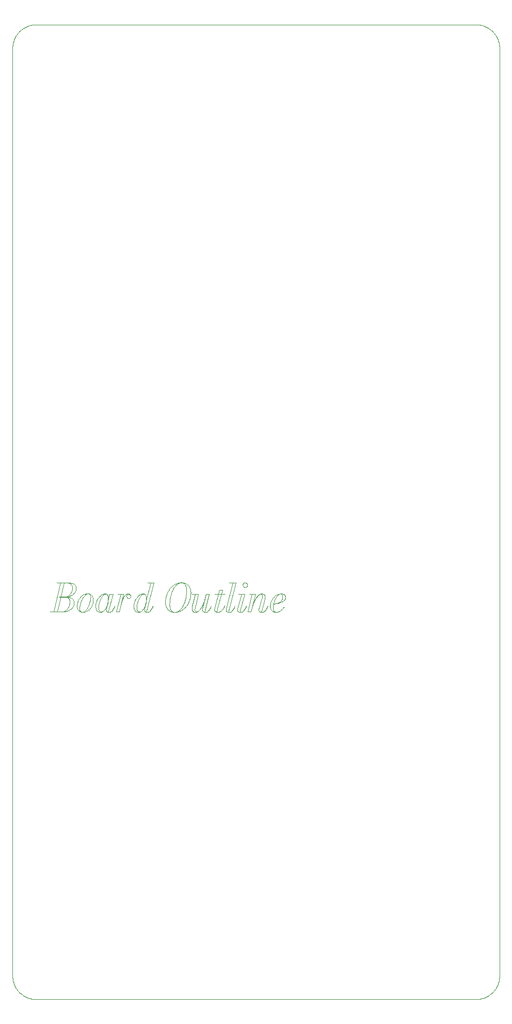
<source format=gbr>
G04 Gerber file generated by Gerbonara*
%MOMM*%
%FSLAX46Y46*%
%IPPOS*%
G75
%LPD*%
%AMGNC*
1,1,$1,0,0,-57.29578X$4*
1,0,$2,0,0,0*
21,0,$2,$3,0,0,-57.29578X$4*
%
%AMGNR*
21,1,$1,$2,0,0,$5X-57.29578*
1,0,$3,0,0,0*
21,0,$3,$4,0,0,$5X-57.29578*
%
%AMGNO*
21,1,$1,$2,0,0,$5X-57.29578*
1,1,$2,$1/2,0,$5X-57.29578*
1,1,$2,(0-$1)/2,0,$5X-57.29578*
1,0,$3,0,0,0*
21,0,$3,$4,0,0,$5X-57.29578*
%
%AMGNP*
5,1,$2,0,0,$1,$3X-57.29578*
1,0,$4,0,0,0*
%
%ADD10C,0.05*%
%ADD11C,0.09*%
D11*
X0006207541Y0063631119D02*
X0006207541Y0063643776D01*
X0006780263Y0063643776D01*
X0007881407Y0068364774D01*
X0007315013Y0068364774D01*
X0007315013Y0068377431D01*
X0009086969Y0068377431D01*
X0009086969Y0068377431D01*
X0009181508Y0068376854D01*
X0009358803Y0068369932D01*
X0009521957Y0068356089D01*
X0009670972Y0068335324D01*
X0009805846Y0068307637D01*
X0009926580Y0068273028D01*
X0010033174Y0068231498D01*
X0010125629Y0068183046D01*
X0010165964Y0068155936D01*
X0010165964Y0068155936D01*
X0010204305Y0068127590D01*
X0010272830Y0068064306D01*
X0010331566Y0067993112D01*
X0010380512Y0067914006D01*
X0010419669Y0067826991D01*
X0010449037Y0067732065D01*
X0010468616Y0067629228D01*
X0010478405Y0067518481D01*
X0010479221Y0067459811D01*
X0010479221Y0067459811D01*
X0010478891Y0067427048D01*
X0010474936Y0067362182D01*
X0010467025Y0067298107D01*
X0010455159Y0067234822D01*
X0010439338Y0067172329D01*
X0010419562Y0067110627D01*
X0010395830Y0067049716D01*
X0010368143Y0066989596D01*
X0010352652Y0066959866D01*
X0010352652Y0066959866D01*
X0010319988Y0066901032D01*
X0010244443Y0066788307D01*
X0010156636Y0066681515D01*
X0010056568Y0066580656D01*
X0010001426Y0066532698D01*
X0010001426Y0066532698D01*
X0009944503Y0066486718D01*
X0009823076Y0066401680D01*
X0009692552Y0066324948D01*
X0009552932Y0066256522D01*
X0009479331Y0066225770D01*
X0009479331Y0066225770D01*
X0009404511Y0066196600D01*
X0009250256Y0066147159D01*
X0009090463Y0066108397D01*
X0008925134Y0066080315D01*
X0008840161Y0066070724D01*
X0008840161Y0066070724D01*
X0008940955Y0066066604D01*
X0009130016Y0066048805D01*
X0009304047Y0066019536D01*
X0009424238Y0065989699D01*
X0009499981Y0065966462D01*
X0009536287Y0065953648D01*
X0009536287Y0065953648D01*
X0009572313Y0065940349D01*
X0009640738Y0065911278D01*
X0009704814Y0065879240D01*
X0009764538Y0065844236D01*
X0009819912Y0065806265D01*
X0009870935Y0065765328D01*
X0009917607Y0065721425D01*
X0009959928Y0065674555D01*
X0009979276Y0065649884D01*
X0009979276Y0065649884D01*
X0009997865Y0065624702D01*
X0010031090Y0065571702D01*
X0010059568Y0065515537D01*
X0010083299Y0065456208D01*
X0010102284Y0065393715D01*
X0010116523Y0065328058D01*
X0010126016Y0065259236D01*
X0010130762Y0065187251D01*
X0010131158Y0065149939D01*
X0010131158Y0065149939D01*
X0010130762Y0065105830D01*
X0010126016Y0065019507D01*
X0010116523Y0064935457D01*
X0010102284Y0064853682D01*
X0010083299Y0064774182D01*
X0010059568Y0064696956D01*
X0010031090Y0064622003D01*
X0009997865Y0064549325D01*
X0009979276Y0064513934D01*
X0009979276Y0064513934D01*
X0009959977Y0064478947D01*
X0009918249Y0064411114D01*
X0009872764Y0064345852D01*
X0009823521Y0064283161D01*
X0009770520Y0064223041D01*
X0009713763Y0064165492D01*
X0009653247Y0064110514D01*
X0009588974Y0064058107D01*
X0009555272Y0064032974D01*
X0009555272Y0064032974D01*
X0009521422Y0064008691D01*
X0009451414Y0063962513D01*
X0009378637Y0063919203D01*
X0009303092Y0063878761D01*
X0009184928Y0063823115D01*
X0009017225Y0063759435D01*
X0008928759Y0063732375D01*
X0008928759Y0063732375D01*
X0008839634Y0063708116D01*
X0008656110Y0063670145D01*
X0008466258Y0063644832D01*
X0008270077Y0063632175D01*
X0008169350Y0063631120D01*
X0006207541Y0063631119D01*
X0007381462Y0063643776D02*
X0008169350Y0063643776D01*
X0008169350Y0063643776D01*
X0008205194Y0063644130D01*
X0008275400Y0063648382D01*
X0008343826Y0063656886D01*
X0008410472Y0063669642D01*
X0008475338Y0063686650D01*
X0008538424Y0063707909D01*
X0008599731Y0063733420D01*
X0008659258Y0063763184D01*
X0008688279Y0063779837D01*
X0008688279Y0063779837D01*
X0008746092Y0063815632D01*
X0008854466Y0063897111D01*
X0008954139Y0063990455D01*
X0009045109Y0064095664D01*
X0009086969Y0064153213D01*
X0009086969Y0064153213D01*
X0009128071Y0064212345D01*
X0009202034Y0064336540D01*
X0009266110Y0064467854D01*
X0009320297Y0064606288D01*
X0009343270Y0064678472D01*
X0009343270Y0064678472D01*
X0009365255Y0064751413D01*
X0009399666Y0064898945D01*
X0009422606Y0065048453D01*
X0009434077Y0065199940D01*
X0009435033Y0065276507D01*
X0009435033Y0065276507D01*
X0009434011Y0065345757D01*
X0009421749Y0065472721D01*
X0009404124Y0065558426D01*
X0009388797Y0065611526D01*
X0009370405Y0065661164D01*
X0009348948Y0065707342D01*
X0009336942Y0065728988D01*
X0009336942Y0065728988D01*
X0009324862Y0065750495D01*
X0009298559Y0065791037D01*
X0009269686Y0065828612D01*
X0009238242Y0065863221D01*
X0009204226Y0065894863D01*
X0009167640Y0065923538D01*
X0009128483Y0065949248D01*
X0009086755Y0065971990D01*
X0009064820Y0065982126D01*
X0009064820Y0065982126D01*
X0009020620Y0066001078D01*
X0008925298Y0066030742D01*
X0008821671Y0066050518D01*
X0008709737Y0066060407D01*
X0008650309Y0066061231D01*
X0007751674Y0066061231D01*
X0007754835Y0066073888D01*
X0008612336Y0066073888D01*
X0008612336Y0066073888D01*
X0008657755Y0066074844D01*
X0008751890Y0066086314D01*
X0008849981Y0066109255D01*
X0008952027Y0066143665D01*
X0009004698Y0066165650D01*
X0009004698Y0066165650D01*
X0009057500Y0066190304D01*
X0009161128Y0066248842D01*
X0009262382Y0066318455D01*
X0009361264Y0066399142D01*
X0009409715Y0066444100D01*
X0009409715Y0066444100D01*
X0009457212Y0066490871D01*
X0009544623Y0066593312D01*
X0009622937Y0066706433D01*
X0009692154Y0066830233D01*
X0009722972Y0066896582D01*
X0009722972Y0066896582D01*
X0009738076Y0066930812D01*
X0009765071Y0067001413D01*
X0009788209Y0067074585D01*
X0009807491Y0067150328D01*
X0009822917Y0067228643D01*
X0009834486Y0067309528D01*
X0009842199Y0067392983D01*
X0009846055Y0067479010D01*
X0009846376Y0067523095D01*
X0009846376Y0067523095D01*
X0009845585Y0067577414D01*
X0009836093Y0067683415D01*
X0009817108Y0067786252D01*
X0009788630Y0067885924D01*
X0009770436Y0067934442D01*
X0009770436Y0067934442D01*
X0009750494Y0067981905D01*
X0009701054Y0068068921D01*
X0009640143Y0068146444D01*
X0009567761Y0068214474D01*
X0009526792Y0068244534D01*
X0009526792Y0068244534D01*
X0009505557Y0068259251D01*
X0009460368Y0068285554D01*
X0009411916Y0068308099D01*
X0009360201Y0068326886D01*
X0009305223Y0068341916D01*
X0009246981Y0068353189D01*
X0009185477Y0068360704D01*
X0009120710Y0068364461D01*
X0009086966Y0068364774D01*
X0008482603Y0068364774D01*
X0007381462Y0063643776D01*
X0011577200Y0063567835D02*
X0011577200Y0063567835D01*
X0011518118Y0063568593D01*
X0011406382Y0063577690D01*
X0011302359Y0063595884D01*
X0011206049Y0063623175D01*
X0011117451Y0063659564D01*
X0011036566Y0063705049D01*
X0010963394Y0063759632D01*
X0010897934Y0063823311D01*
X0010868418Y0063858941D01*
X0010868418Y0063858941D01*
X0010840146Y0063895684D01*
X0010789618Y0063972713D01*
X0010746308Y0064053994D01*
X0010710216Y0064139526D01*
X0010681342Y0064229311D01*
X0010659687Y0064323347D01*
X0010645251Y0064421635D01*
X0010638032Y0064524175D01*
X0010637431Y0064577217D01*
X0010637431Y0064577217D01*
X0010637785Y0064628907D01*
X0010642037Y0064731052D01*
X0010650541Y0064831713D01*
X0010663296Y0064930891D01*
X0010680304Y0065028586D01*
X0010701564Y0065124798D01*
X0010727075Y0065219526D01*
X0010756838Y0065312771D01*
X0010773492Y0065358776D01*
X0010773492Y0065358776D01*
X0010791150Y0065404426D01*
X0010829022Y0065493420D01*
X0010869959Y0065579644D01*
X0010913961Y0065663100D01*
X0010961029Y0065743787D01*
X0011011162Y0065821706D01*
X0011064360Y0065896856D01*
X0011120623Y0065969237D01*
X0011150032Y0066004274D01*
X0011150032Y0066004274D01*
X0011179870Y0066039154D01*
X0011241275Y0066105702D01*
X0011304757Y0066168392D01*
X0011370316Y0066227227D01*
X0011437951Y0066282205D01*
X0011507662Y0066333327D01*
X0011579450Y0066380592D01*
X0011653314Y0066424001D01*
X0011691112Y0066444099D01*
X0011691112Y0066444099D01*
X0011729552Y0066463850D01*
X0011807174Y0066499151D01*
X0011885686Y0066529409D01*
X0011965088Y0066554623D01*
X0012045379Y0066574795D01*
X0012126561Y0066589924D01*
X0012208633Y0066600010D01*
X0012291594Y0066605053D01*
X0012333446Y0066605473D01*
X0012333446Y0066605473D01*
X0012392906Y0066604707D01*
X0012505236Y0066595511D01*
X0012609655Y0066577119D01*
X0012706163Y0066549531D01*
X0012794761Y0066512747D01*
X0012875448Y0066466767D01*
X0012948225Y0066411591D01*
X0013013091Y0066347220D01*
X0013042229Y0066311202D01*
X0013042229Y0066311202D01*
X0013070500Y0066274459D01*
X0013121029Y0066197431D01*
X0013164339Y0066116150D01*
X0013200430Y0066030618D01*
X0013229304Y0065940834D01*
X0013250959Y0065846797D01*
X0013265395Y0065748509D01*
X0013272614Y0065645969D01*
X0013273215Y0065592928D01*
X0013273215Y0065592928D01*
X0013272852Y0065541237D01*
X0013268502Y0065439093D01*
X0013259800Y0065338431D01*
X0013246748Y0065239253D01*
X0013229345Y0065141558D01*
X0013207591Y0065045346D01*
X0013181486Y0064950618D01*
X0013151031Y0064857373D01*
X0013133990Y0064811368D01*
X0013133990Y0064811368D01*
X0013116719Y0064765710D01*
X0013079540Y0064676618D01*
X0013039196Y0064590195D01*
X0012995688Y0064506442D01*
X0012949016Y0064425360D01*
X0012899180Y0064346947D01*
X0012846179Y0064271203D01*
X0012790015Y0064198130D01*
X0012760614Y0064162706D01*
X0012760614Y0064162706D01*
X0012730768Y0064128213D01*
X0012669264Y0064062357D01*
X0012605584Y0064000260D01*
X0012539729Y0063941920D01*
X0012471699Y0063887337D01*
X0012401493Y0063836512D01*
X0012329112Y0063789444D01*
X0012254555Y0063746134D01*
X0012216370Y0063726045D01*
X0012216370Y0063726045D01*
X0012178317Y0063706681D01*
X0012101388Y0063672072D01*
X0012023469Y0063642408D01*
X0011944562Y0063617687D01*
X0011864665Y0063597911D01*
X0011783780Y0063583079D01*
X0011701906Y0063573191D01*
X0011619043Y0063568247D01*
X0011577200Y0063567835D01*
X0011577200Y0063567835D01*
X0011513920Y0063580492D02*
X0011513920Y0063580492D01*
X0011557329Y0063581712D01*
X0011643158Y0063596346D01*
X0011727800Y0063625615D01*
X0011811256Y0063669518D01*
X0011852490Y0063697568D01*
X0011852490Y0063697568D01*
X0011894251Y0063728484D01*
X0011976125Y0063798888D01*
X0012056021Y0063879575D01*
X0012133940Y0063970546D01*
X0012172075Y0064020317D01*
X0012172075Y0064020317D01*
X0012209782Y0064071504D01*
X0012282558Y0064179483D01*
X0012352171Y0064294185D01*
X0012418620Y0064415612D01*
X0012450525Y0064479127D01*
X0012450525Y0064479127D01*
X0012481805Y0064543466D01*
X0012540738Y0064674780D01*
X0012595320Y0064809259D01*
X0012645552Y0064946902D01*
X0012668855Y0065017042D01*
X0012668855Y0065017042D01*
X0012692125Y0065087380D01*
X0012734051Y0065227396D01*
X0012770440Y0065366621D01*
X0012801291Y0065505055D01*
X0012814409Y0065573943D01*
X0012814409Y0065573943D01*
X0012827297Y0065642336D01*
X0012847468Y0065774837D01*
X0012860916Y0065902196D01*
X0012867640Y0066024414D01*
X0012868200Y0066083380D01*
X0012868200Y0066083380D01*
X0012867013Y0066140896D01*
X0012857224Y0066220273D01*
X0012846545Y0066269615D01*
X0012832306Y0066315892D01*
X0012814507Y0066359103D01*
X0012793149Y0066399249D01*
X0012768231Y0066436329D01*
X0012754288Y0066453592D01*
X0012754288Y0066453592D01*
X0012739711Y0066470246D01*
X0012707179Y0066500009D01*
X0012670593Y0066525521D01*
X0012629953Y0066546780D01*
X0012585258Y0066563788D01*
X0012536510Y0066576543D01*
X0012483707Y0066585047D01*
X0012426851Y0066589299D01*
X0012396733Y0066589653D01*
X0012396733Y0066589653D01*
X0012375383Y0066589340D01*
X0012332765Y0066585583D01*
X0012269011Y0066573371D01*
X0012184368Y0066543311D01*
X0012100121Y0066498221D01*
X0012058163Y0066469413D01*
X0012058163Y0066469413D01*
X0012016402Y0066439254D01*
X0011934528Y0066370037D01*
X0011854632Y0066290141D01*
X0011776713Y0066199566D01*
X0011738577Y0066149828D01*
X0011738577Y0066149828D01*
X0011700871Y0066098641D01*
X0011628094Y0065990662D01*
X0011558482Y0065875959D01*
X0011492033Y0065754533D01*
X0011460127Y0065691018D01*
X0011460127Y0065691018D01*
X0011428815Y0065626679D01*
X0011369486Y0065495365D01*
X0011314113Y0065360886D01*
X0011262695Y0065223243D01*
X0011238633Y0065153103D01*
X0011238633Y0065153103D01*
X0011216088Y0065082765D01*
X0011174953Y0064942749D01*
X0011138565Y0064803524D01*
X0011106923Y0064665090D01*
X0011093079Y0064596203D01*
X0011093079Y0064596203D01*
X0011080949Y0064528535D01*
X0011061963Y0064396825D01*
X0011049305Y0064269465D01*
X0011042977Y0064146457D01*
X0011042449Y0064086765D01*
X0011042449Y0064086765D01*
X0011043636Y0064029974D01*
X0011053425Y0063951240D01*
X0011064104Y0063902096D01*
X0011078343Y0063855819D01*
X0011096142Y0063812411D01*
X0011117501Y0063771869D01*
X0011142419Y0063734195D01*
X0011156361Y0063716553D01*
X0011156361Y0063716553D01*
X0011171317Y0063699900D01*
X0011204442Y0063670137D01*
X0011241424Y0063644625D01*
X0011282262Y0063623366D01*
X0011326956Y0063606358D01*
X0011375507Y0063593602D01*
X0011427914Y0063585098D01*
X0011484178Y0063580846D01*
X0011513916Y0063580492D01*
X0011513920Y0063580492D01*
X0014485111Y0063567835D02*
X0014485111Y0063567835D01*
X0014432720Y0063568535D01*
X0014334036Y0063576940D01*
X0014242670Y0063593750D01*
X0014158620Y0063618965D01*
X0014081888Y0063652584D01*
X0014012474Y0063694609D01*
X0013950376Y0063745039D01*
X0013895596Y0063803873D01*
X0013871255Y0063836792D01*
X0013871255Y0063836792D01*
X0013848405Y0063871368D01*
X0013807567Y0063946122D01*
X0013772562Y0064027601D01*
X0013743392Y0064115803D01*
X0013720056Y0064210729D01*
X0013702554Y0064312379D01*
X0013690886Y0064420754D01*
X0013685052Y0064535852D01*
X0013684566Y0064596202D01*
X0013684566Y0064596202D01*
X0013684912Y0064641663D01*
X0013689065Y0064732337D01*
X0013697371Y0064822715D01*
X0013709830Y0064912796D01*
X0013726442Y0065002580D01*
X0013747208Y0065092068D01*
X0013772126Y0065181259D01*
X0013801197Y0065270153D01*
X0013817463Y0065314477D01*
X0013817463Y0065314477D01*
X0013851643Y0065403173D01*
X0013929562Y0065573645D01*
X0014018951Y0065735811D01*
X0014119809Y0065889670D01*
X0014175018Y0065963139D01*
X0014175018Y0065963139D01*
X0014231677Y0066034696D01*
X0014349939Y0066165616D01*
X0014474135Y0066281900D01*
X0014571360Y0066359053D01*
X0014637907Y0066406219D01*
X0014671799Y0066428278D01*
X0014671799Y0066428278D01*
X0014706218Y0066449966D01*
X0014775138Y0066488727D01*
X0014844158Y0066521952D01*
X0014913276Y0066549638D01*
X0014982493Y0066571788D01*
X0015051809Y0066588400D01*
X0015121223Y0066599474D01*
X0015190737Y0066605012D01*
X0015225535Y0066605473D01*
X0015225535Y0066605473D01*
X0015253708Y0066605119D01*
X0015307005Y0066600867D01*
X0015356644Y0066592363D01*
X0015402623Y0066579607D01*
X0015444945Y0066562600D01*
X0015483607Y0066541340D01*
X0015518612Y0066515829D01*
X0015549957Y0066486065D01*
X0015564105Y0066469412D01*
X0015564105Y0066469412D01*
X0015590968Y0066435364D01*
X0015636454Y0066359028D01*
X0015672051Y0066272803D01*
X0015697760Y0066176690D01*
X0015706494Y0066124514D01*
X0015706494Y0066124514D01*
X0015714833Y0066071316D01*
X0015727885Y0065962942D01*
X0015736586Y0065852194D01*
X0015740936Y0065739074D01*
X0015741299Y0065681525D01*
X0015741299Y0065681525D01*
X0015740870Y0065629019D01*
X0015735729Y0065521040D01*
X0015725445Y0065409502D01*
X0015710020Y0065294404D01*
X0015700166Y0065235372D01*
X0015700166Y0065235372D01*
X0015690277Y0065176043D01*
X0015666545Y0065057385D01*
X0015638067Y0064938727D01*
X0015604843Y0064820069D01*
X0015586254Y0064760740D01*
X0015586254Y0064760740D01*
X0015566906Y0064701642D01*
X0015524585Y0064585753D01*
X0015477913Y0064472633D01*
X0015426890Y0064362281D01*
X0015399566Y0064308259D01*
X0015399566Y0064308259D01*
X0015372307Y0064255720D01*
X0015314165Y0064155256D01*
X0015251672Y0064060330D01*
X0015184828Y0063970941D01*
X0015149594Y0063928554D01*
X0015149594Y0063928554D01*
X0015114491Y0063887354D01*
X0015041318Y0063812204D01*
X0014964586Y0063745756D01*
X0014884294Y0063688009D01*
X0014842665Y0063662761D01*
X0014842665Y0063662761D01*
X0014801234Y0063640018D01*
X0014715405Y0063604421D01*
X0014626016Y0063580689D01*
X0014533067Y0063568823D01*
X0014485110Y0063567835D01*
X0014485111Y0063567835D01*
X0014595858Y0063624793D02*
X0014595858Y0063624793D01*
X0014619532Y0063625131D01*
X0014666303Y0063629185D01*
X0014712382Y0063637294D01*
X0014757768Y0063649456D01*
X0014802463Y0063665673D01*
X0014846465Y0063685943D01*
X0014889775Y0063710268D01*
X0014932393Y0063738647D01*
X0014953413Y0063754526D01*
X0014953413Y0063754526D01*
X0014995833Y0063788640D01*
X0015077707Y0063865767D01*
X0015156022Y0063953574D01*
X0015230776Y0064052060D01*
X0015266670Y0064105753D01*
X0015266670Y0064105753D01*
X0015301839Y0064161621D01*
X0015367891Y0064278301D01*
X0015428802Y0064400914D01*
X0015484572Y0064529460D01*
X0015510314Y0064596205D01*
X0015510314Y0064596205D01*
X0015535924Y0064664334D01*
X0015582201Y0064801582D01*
X0015622544Y0064940015D01*
X0015656955Y0065079636D01*
X0015671688Y0065149941D01*
X0015671688Y0065149941D01*
X0015685335Y0065220015D01*
X0015706694Y0065356867D01*
X0015720934Y0065489764D01*
X0015728054Y0065618705D01*
X0015728647Y0065681528D01*
X0015728647Y0065681528D01*
X0015728251Y0065742769D01*
X0015723505Y0065860635D01*
X0015714012Y0065972965D01*
X0015699772Y0066079757D01*
X0015690675Y0066130845D01*
X0015690675Y0066130845D01*
X0015681314Y0066180616D01*
X0015656001Y0066271587D01*
X0015622777Y0066352274D01*
X0015581642Y0066422678D01*
X0015557778Y0066453594D01*
X0015557778Y0066453594D01*
X0015545698Y0066468311D01*
X0015519395Y0066494614D01*
X0015490522Y0066517159D01*
X0015459078Y0066535946D01*
X0015425063Y0066550976D01*
X0015388477Y0066562249D01*
X0015349320Y0066569764D01*
X0015307592Y0066573521D01*
X0015285657Y0066573834D01*
X0015285657Y0066573834D01*
X0015265098Y0066573447D01*
X0015224062Y0066568800D01*
X0015183125Y0066559505D01*
X0015142287Y0066545563D01*
X0015101547Y0066526973D01*
X0015060907Y0066503736D01*
X0015000120Y0066460747D01*
X0014959743Y0066425117D01*
X0014959743Y0066425117D01*
X0014919597Y0066387706D01*
X0014841283Y0066302668D01*
X0014765342Y0066205369D01*
X0014691774Y0066095808D01*
X0014655979Y0066035919D01*
X0014655979Y0066035919D01*
X0014620711Y0065975239D01*
X0014553472Y0065848275D01*
X0014490188Y0065714587D01*
X0014430859Y0065574175D01*
X0014402843Y0065501168D01*
X0014402843Y0065501168D01*
X0014375650Y0065428358D01*
X0014326209Y0065282409D01*
X0014282701Y0065136065D01*
X0014245127Y0064989325D01*
X0014228811Y0064915790D01*
X0014228811Y0064915790D01*
X0014213649Y0064842716D01*
X0014189916Y0064701514D01*
X0014174094Y0064566244D01*
X0014166183Y0064436907D01*
X0014165524Y0064374710D01*
X0014165524Y0064374710D01*
X0014165829Y0064326984D01*
X0014169487Y0064236804D01*
X0014176804Y0064152952D01*
X0014187780Y0064075429D01*
X0014202415Y0064004234D01*
X0014220708Y0063939368D01*
X0014242659Y0063880830D01*
X0014268270Y0063828621D01*
X0014282599Y0063805153D01*
X0014282599Y0063805153D01*
X0014297819Y0063783078D01*
X0014330153Y0063743624D01*
X0014364761Y0063709807D01*
X0014401644Y0063681625D01*
X0014440801Y0063659080D01*
X0014482233Y0063642172D01*
X0014525938Y0063630899D01*
X0014571918Y0063625263D01*
X0014595856Y0063624793D01*
X0014595858Y0063624793D01*
X0015861541Y0063567835D02*
X0015861541Y0063567835D01*
X0015834159Y0063568148D01*
X0015782444Y0063571905D01*
X0015734387Y0063579420D01*
X0015689989Y0063590693D01*
X0015649250Y0063605723D01*
X0015612170Y0063624510D01*
X0015578748Y0063647055D01*
X0015548985Y0063673358D01*
X0015535627Y0063688075D01*
X0015535627Y0063688075D01*
X0015522847Y0063703286D01*
X0015500005Y0063735521D01*
X0015480427Y0063769932D01*
X0015464111Y0063806518D01*
X0015445349Y0063865204D01*
X0015432296Y0063951429D01*
X0015431209Y0063998167D01*
X0015431209Y0063998167D01*
X0015431735Y0064049848D01*
X0015434370Y0064093093D01*
X0015434370Y0064093093D01*
X0015438058Y0064135284D01*
X0015443859Y0064169034D01*
X0015516635Y0064570888D01*
X0015659025Y0065039191D01*
X0015741295Y0065545464D01*
X0015981774Y0066542189D01*
X0016516525Y0066542189D01*
X0015791922Y0063820971D01*
X0015791922Y0063820971D01*
X0015786120Y0063796976D01*
X0015779792Y0063746349D01*
X0015779264Y0063719717D01*
X0015779264Y0063719717D01*
X0015779561Y0063706467D01*
X0015783120Y0063681944D01*
X0015790239Y0063659795D01*
X0015800918Y0063640018D01*
X0015807740Y0063631119D01*
X0015807740Y0063631119D01*
X0015816047Y0063622021D01*
X0015836614Y0063607781D01*
X0015861928Y0063598288D01*
X0015891987Y0063593542D01*
X0015908994Y0063593146D01*
X0015908994Y0063593146D01*
X0015954513Y0063594201D01*
X0016041924Y0063606858D01*
X0016124985Y0063632172D01*
X0016203695Y0063670142D01*
X0016241237Y0063694401D01*
X0016241237Y0063694401D01*
X0016279042Y0063721725D01*
X0016353005Y0063788569D01*
X0016424991Y0063870047D01*
X0016494999Y0063966160D01*
X0016529179Y0064020314D01*
X0016529179Y0064020314D01*
X0016563161Y0064077863D01*
X0016630796Y0064206805D01*
X0016698036Y0064352358D01*
X0016764880Y0064514524D01*
X0016798137Y0064602528D01*
X0016807633Y0064599367D01*
X0016807633Y0064599367D01*
X0016773585Y0064509814D01*
X0016705159Y0064344879D01*
X0016636337Y0064196953D01*
X0016567120Y0064066034D01*
X0016532347Y0064007661D01*
X0016532347Y0064007661D01*
X0016498068Y0063951957D01*
X0016426873Y0063853076D01*
X0016352514Y0063769225D01*
X0016274991Y0063700403D01*
X0016234911Y0063672255D01*
X0016234911Y0063672255D01*
X0016194040Y0063647238D01*
X0016107025Y0063608081D01*
X0016013681Y0063581976D01*
X0015914008Y0063568924D01*
X0015861535Y0063567836D01*
X0015861541Y0063567835D01*
X0017060781Y0063631119D02*
X0017782220Y0066529532D01*
X0017288604Y0066529532D01*
X0017288604Y0066542190D01*
X0018256851Y0066542190D01*
X0017560726Y0063631119D01*
X0017060781Y0063631119D01*
X0017807533Y0064725934D02*
X0017807533Y0064725934D01*
X0017835352Y0064841033D01*
X0017900218Y0065083094D01*
X0017937266Y0065210058D01*
X0017937266Y0065210058D01*
X0017976160Y0065337813D01*
X0018063175Y0065589368D01*
X0018111298Y0065713167D01*
X0018111298Y0065713167D01*
X0018136875Y0065774375D01*
X0018190666Y0065891846D01*
X0018247622Y0066003384D01*
X0018307742Y0066108989D01*
X0018339121Y0066159320D01*
X0018339121Y0066159320D01*
X0018371092Y0066209090D01*
X0018438331Y0066300061D01*
X0018509526Y0066380749D01*
X0018584676Y0066451153D01*
X0018623899Y0066482070D01*
X0018623899Y0066482070D01*
X0018663814Y0066510877D01*
X0018726134Y0066545634D01*
X0018768950Y0066564421D01*
X0018812853Y0066579451D01*
X0018857844Y0066590724D01*
X0018903923Y0066598239D01*
X0018951089Y0066601996D01*
X0018975126Y0066602310D01*
X0018975126Y0066602310D01*
X0019001774Y0066601996D01*
X0019052600Y0066598239D01*
X0019100458Y0066590724D01*
X0019145351Y0066579451D01*
X0019187276Y0066564421D01*
X0019226236Y0066545634D01*
X0019262229Y0066523089D01*
X0019295255Y0066496787D01*
X0019310532Y0066482070D01*
X0019310532Y0066482070D01*
X0019325636Y0066467320D01*
X0019352631Y0066436666D01*
X0019375769Y0066404629D01*
X0019395051Y0066371207D01*
X0019410476Y0066336400D01*
X0019422045Y0066300210D01*
X0019429758Y0066262635D01*
X0019433614Y0066223675D01*
X0019433936Y0066203619D01*
X0019433936Y0066203619D01*
X0019433046Y0066166077D01*
X0019422367Y0066095278D01*
X0019401008Y0066029621D01*
X0019368971Y0065969105D01*
X0019348503Y0065940990D01*
X0019348503Y0065940990D01*
X0019338021Y0065927822D01*
X0019315081Y0065904289D01*
X0019289767Y0065884117D01*
X0019262080Y0065867307D01*
X0019232020Y0065853859D01*
X0019199587Y0065843773D01*
X0019146784Y0065834528D01*
X0019108023Y0065833407D01*
X0019108023Y0065833407D01*
X0019069888Y0065834462D01*
X0018999879Y0065847119D01*
X0018937386Y0065872432D01*
X0018882408Y0065910403D01*
X0018858050Y0065934661D01*
X0018858050Y0065934661D01*
X0018835307Y0065960470D01*
X0018799710Y0066017030D01*
X0018775979Y0066079523D01*
X0018764113Y0066147949D01*
X0018763124Y0066184634D01*
X0018763124Y0066184634D01*
X0018764047Y0066216573D01*
X0018775122Y0066275506D01*
X0018797271Y0066328507D01*
X0018830496Y0066375574D01*
X0018851722Y0066396636D01*
X0018851722Y0066396636D01*
X0018874663Y0066417104D01*
X0018928454Y0066449142D01*
X0018991738Y0066470501D01*
X0019064515Y0066481180D01*
X0019104859Y0066482070D01*
X0019104859Y0066482070D01*
X0019136929Y0066481246D01*
X0019197444Y0066471358D01*
X0019253609Y0066451581D01*
X0019305423Y0066421916D01*
X0019329517Y0066402964D01*
X0019329517Y0066402964D01*
X0019353018Y0066382759D01*
X0019389802Y0066338065D01*
X0019414325Y0066288229D01*
X0019426586Y0066233250D01*
X0019427608Y0066203619D01*
X0019421286Y0066203619D01*
X0019421286Y0066203619D01*
X0019420981Y0066222893D01*
X0019417322Y0066260369D01*
X0019410005Y0066296560D01*
X0019399029Y0066331465D01*
X0019384395Y0066365084D01*
X0019366102Y0066397419D01*
X0019332260Y0066443670D01*
X0019304211Y0066472577D01*
X0019304211Y0066472577D01*
X0019289708Y0066486906D01*
X0019258066Y0066512517D01*
X0019223260Y0066534468D01*
X0019185289Y0066552762D01*
X0019144154Y0066567396D01*
X0019099856Y0066578372D01*
X0019052392Y0066585689D01*
X0019001765Y0066589348D01*
X0018975133Y0066589653D01*
X0018975133Y0066589653D01*
X0018951484Y0066589340D01*
X0018905009Y0066585582D01*
X0018859524Y0066578067D01*
X0018815027Y0066566795D01*
X0018771520Y0066551764D01*
X0018729001Y0066532977D01*
X0018666952Y0066498220D01*
X0018627070Y0066469412D01*
X0018627070Y0066469412D01*
X0018588605Y0066438528D01*
X0018514642Y0066368520D01*
X0018444238Y0066288624D01*
X0018377394Y0066198840D01*
X0018345456Y0066149828D01*
X0018345456Y0066149828D01*
X0018314868Y0066099497D01*
X0018256330Y0065993891D01*
X0018200957Y0065882353D01*
X0018148748Y0065764882D01*
X0018123962Y0065703674D01*
X0018123962Y0065703674D01*
X0018075839Y0065581325D01*
X0017988823Y0065331352D01*
X0017949930Y0065203729D01*
X0017949930Y0065203729D01*
X0017912882Y0065078348D01*
X0017848016Y0064839450D01*
X0017820197Y0064725934D01*
X0017807533Y0064725934D01*
X0022114019Y0063567835D02*
X0022114019Y0063567835D01*
X0022086637Y0063568148D01*
X0022034922Y0063571905D01*
X0021986866Y0063579420D01*
X0021942468Y0063590693D01*
X0021901729Y0063605723D01*
X0021864648Y0063624510D01*
X0021831226Y0063647055D01*
X0021801463Y0063673358D01*
X0021788106Y0063688075D01*
X0021788106Y0063688075D01*
X0021775325Y0063703286D01*
X0021752484Y0063735521D01*
X0021732905Y0063769932D01*
X0021716590Y0063806518D01*
X0021697827Y0063865204D01*
X0021684775Y0063951429D01*
X0021683687Y0063998167D01*
X0021683687Y0063998167D01*
X0021683687Y0064070944D01*
X0021683687Y0064070944D01*
X0021687904Y0064118934D01*
X0021696345Y0064169034D01*
X0021769122Y0064570888D01*
X0021927332Y0065102475D01*
X0021974794Y0065479016D01*
X0022750024Y0068364773D01*
X0022196288Y0068364773D01*
X0022196288Y0068377430D01*
X0023259461Y0068377430D01*
X0022044406Y0063824136D01*
X0022044406Y0063824136D01*
X0022038604Y0063800141D01*
X0022032276Y0063749514D01*
X0022031748Y0063722881D01*
X0022031748Y0063722881D01*
X0022032935Y0063697962D01*
X0022047173Y0063652081D01*
X0022060224Y0063631119D01*
X0022060224Y0063631119D01*
X0022067805Y0063621264D01*
X0022087580Y0063605839D01*
X0022112894Y0063595556D01*
X0022143746Y0063590414D01*
X0022161479Y0063589986D01*
X0022161479Y0063589986D01*
X0022206997Y0063591041D01*
X0022294409Y0063603698D01*
X0022377469Y0063629011D01*
X0022456179Y0063666982D01*
X0022493721Y0063691241D01*
X0022493721Y0063691241D01*
X0022531526Y0063718598D01*
X0022605490Y0063785837D01*
X0022677476Y0063868107D01*
X0022747484Y0063965406D01*
X0022781664Y0064020318D01*
X0022781664Y0064020318D01*
X0022815646Y0064077867D01*
X0022883281Y0064206809D01*
X0022950520Y0064352362D01*
X0023017364Y0064514528D01*
X0023050621Y0064602532D01*
X0023060111Y0064599372D01*
X0023060111Y0064599372D01*
X0023026096Y0064509818D01*
X0022958065Y0064344884D01*
X0022890035Y0064196957D01*
X0022822004Y0064066038D01*
X0022787989Y0064007665D01*
X0022787989Y0064007665D01*
X0022753677Y0063951962D01*
X0022682087Y0063853080D01*
X0022606937Y0063769229D01*
X0022528228Y0063700407D01*
X0022487390Y0063672259D01*
X0022487390Y0063672259D01*
X0022446519Y0063647242D01*
X0022359503Y0063608085D01*
X0022266158Y0063581980D01*
X0022166486Y0063568928D01*
X0022114013Y0063567840D01*
X0022114019Y0063567835D01*
X0020740753Y0063567835D02*
X0020740753Y0063567835D01*
X0020688363Y0063568535D01*
X0020589679Y0063576940D01*
X0020498313Y0063593750D01*
X0020414263Y0063618965D01*
X0020337531Y0063652584D01*
X0020268117Y0063694609D01*
X0020206019Y0063745039D01*
X0020151239Y0063803873D01*
X0020126897Y0063836792D01*
X0020126897Y0063836792D01*
X0020103660Y0063871368D01*
X0020062130Y0063946122D01*
X0020026533Y0064027601D01*
X0019996868Y0064115803D01*
X0019973137Y0064210729D01*
X0019955338Y0064312379D01*
X0019943472Y0064420754D01*
X0019937539Y0064535852D01*
X0019937045Y0064596202D01*
X0019937045Y0064596202D01*
X0019937391Y0064641663D01*
X0019941544Y0064732337D01*
X0019949850Y0064822715D01*
X0019962309Y0064912796D01*
X0019978921Y0065002580D01*
X0019999686Y0065092068D01*
X0020024604Y0065181259D01*
X0020053676Y0065270153D01*
X0020069942Y0065314477D01*
X0020069942Y0065314477D01*
X0020104122Y0065403173D01*
X0020182040Y0065573645D01*
X0020271429Y0065735811D01*
X0020372288Y0065889670D01*
X0020427497Y0065963139D01*
X0020427497Y0065963139D01*
X0020484156Y0066034696D01*
X0020602418Y0066165616D01*
X0020726614Y0066281900D01*
X0020823839Y0066359053D01*
X0020890386Y0066406219D01*
X0020924278Y0066428278D01*
X0020924278Y0066428278D01*
X0020958697Y0066449966D01*
X0021027617Y0066488727D01*
X0021096636Y0066521952D01*
X0021165754Y0066549638D01*
X0021234971Y0066571788D01*
X0021304287Y0066588400D01*
X0021373702Y0066599474D01*
X0021443215Y0066605012D01*
X0021478013Y0066605473D01*
X0021478013Y0066605473D01*
X0021505412Y0066605135D01*
X0021557325Y0066601081D01*
X0021605777Y0066592973D01*
X0021650768Y0066580811D01*
X0021692298Y0066564594D01*
X0021730368Y0066544323D01*
X0021764976Y0066519999D01*
X0021796124Y0066491620D01*
X0021810256Y0066475741D01*
X0021810256Y0066475741D01*
X0021837151Y0066442451D01*
X0021883032Y0066367301D01*
X0021919421Y0066281867D01*
X0021946316Y0066186150D01*
X0021955809Y0066134006D01*
X0021955809Y0066134006D01*
X0021964907Y0066081434D01*
X0021979146Y0065972665D01*
X0021988639Y0065859545D01*
X0021993386Y0065742073D01*
X0021993781Y0065681525D01*
X0021993781Y0065681525D01*
X0021993353Y0065629019D01*
X0021988211Y0065521040D01*
X0021977928Y0065409502D01*
X0021962503Y0065294404D01*
X0021952648Y0065235372D01*
X0021952648Y0065235372D01*
X0021942760Y0065176043D01*
X0021919028Y0065057385D01*
X0021890550Y0064938727D01*
X0021857326Y0064820069D01*
X0021838737Y0064760740D01*
X0021838737Y0064760740D01*
X0021819389Y0064701642D01*
X0021777068Y0064585753D01*
X0021730396Y0064472633D01*
X0021679373Y0064362281D01*
X0021652049Y0064308259D01*
X0021652049Y0064308259D01*
X0021624824Y0064255720D01*
X0021567077Y0064155256D01*
X0021505375Y0064060330D01*
X0021439717Y0063970941D01*
X0021405241Y0063928554D01*
X0021405241Y0063928554D01*
X0021370138Y0063887354D01*
X0021296965Y0063812204D01*
X0021220233Y0063745756D01*
X0021139942Y0063688009D01*
X0021098313Y0063662761D01*
X0021098313Y0063662761D01*
X0021056881Y0063640018D01*
X0020971052Y0063604421D01*
X0020881663Y0063580689D01*
X0020788714Y0063568823D01*
X0020740757Y0063567835D01*
X0020740753Y0063567835D01*
X0020848336Y0063624793D02*
X0020848336Y0063624793D01*
X0020872018Y0063625131D01*
X0020918888Y0063629185D01*
X0020965165Y0063637294D01*
X0021010848Y0063649456D01*
X0021055938Y0063665673D01*
X0021100435Y0063685943D01*
X0021166141Y0063723444D01*
X0021209056Y0063754526D01*
X0021209056Y0063754526D01*
X0021251443Y0063788640D01*
X0021332922Y0063865767D01*
X0021410445Y0063953574D01*
X0021484012Y0064052060D01*
X0021519148Y0064105753D01*
X0021519148Y0064105753D01*
X0021554317Y0064161621D01*
X0021620370Y0064278301D01*
X0021681281Y0064400914D01*
X0021737050Y0064529460D01*
X0021762792Y0064596205D01*
X0021762792Y0064596205D01*
X0021788403Y0064664334D01*
X0021834679Y0064801582D01*
X0021875023Y0064940015D01*
X0021909433Y0065079636D01*
X0021924167Y0065149941D01*
X0021924167Y0065149941D01*
X0021937813Y0065220015D01*
X0021959173Y0065356867D01*
X0021973412Y0065489764D01*
X0021980532Y0065618705D01*
X0021981125Y0065681528D01*
X0021981125Y0065681528D01*
X0021980730Y0065742769D01*
X0021975983Y0065860635D01*
X0021966490Y0065972965D01*
X0021952250Y0066079757D01*
X0021943153Y0066130845D01*
X0021943153Y0066130845D01*
X0021933793Y0066180616D01*
X0021908479Y0066271587D01*
X0021875255Y0066352274D01*
X0021834120Y0066422678D01*
X0021810256Y0066453594D01*
X0021810256Y0066453594D01*
X0021798176Y0066468311D01*
X0021771874Y0066494614D01*
X0021743000Y0066517159D01*
X0021711556Y0066535946D01*
X0021677541Y0066550976D01*
X0021640955Y0066562249D01*
X0021601798Y0066569764D01*
X0021560070Y0066573521D01*
X0021538134Y0066573834D01*
X0021538134Y0066573834D01*
X0021517575Y0066573447D01*
X0021476539Y0066568800D01*
X0021435602Y0066559505D01*
X0021394764Y0066545563D01*
X0021354025Y0066526973D01*
X0021313385Y0066503736D01*
X0021252597Y0066460747D01*
X0021212221Y0066425117D01*
X0021212221Y0066425117D01*
X0021172075Y0066387706D01*
X0021093761Y0066302668D01*
X0021017820Y0066205369D01*
X0020944252Y0066095808D01*
X0020908457Y0066035919D01*
X0020908457Y0066035919D01*
X0020873189Y0065974481D01*
X0020805950Y0065846330D01*
X0020742666Y0065711852D01*
X0020683337Y0065571045D01*
X0020655321Y0065498004D01*
X0020655321Y0065498004D01*
X0020628128Y0065425194D01*
X0020578688Y0065279245D01*
X0020535180Y0065132900D01*
X0020497604Y0064986160D01*
X0020481289Y0064912625D01*
X0020481289Y0064912625D01*
X0020466128Y0064839585D01*
X0020442398Y0064698778D01*
X0020426578Y0064564299D01*
X0020418668Y0064436149D01*
X0020418008Y0064374710D01*
X0020418008Y0064374710D01*
X0020418313Y0064327371D01*
X0020421972Y0064237883D01*
X0020429289Y0064154625D01*
X0020440265Y0064077596D01*
X0020454899Y0064006797D01*
X0020473192Y0063942227D01*
X0020495144Y0063883887D01*
X0020520754Y0063831777D01*
X0020535084Y0063808317D01*
X0020535084Y0063808317D01*
X0020549924Y0063785855D01*
X0020581665Y0063745709D01*
X0020615878Y0063711298D01*
X0020652564Y0063682622D01*
X0020691721Y0063659682D01*
X0020733350Y0063642477D01*
X0020777451Y0063631006D01*
X0020824024Y0063625271D01*
X0020848341Y0063624793D01*
X0020848336Y0063624793D01*
X0026667320Y0063567835D02*
X0026667320Y0063567835D01*
X0026577552Y0063569013D01*
X0026448351Y0063578734D01*
X0026365043Y0063589339D01*
X0026284158Y0063603479D01*
X0026205696Y0063621154D01*
X0026129656Y0063642364D01*
X0026056038Y0063667109D01*
X0025984844Y0063695390D01*
X0025916072Y0063727205D01*
X0025849722Y0063762555D01*
X0025785795Y0063801440D01*
X0025724291Y0063843860D01*
X0025665209Y0063889815D01*
X0025608550Y0063939305D01*
X0025554313Y0063992330D01*
X0025528205Y0064020316D01*
X0025528205Y0064020316D01*
X0025502763Y0064048804D01*
X0025454559Y0064107861D01*
X0025409568Y0064169415D01*
X0025367790Y0064233465D01*
X0025329226Y0064300013D01*
X0025293876Y0064369057D01*
X0025261740Y0064440597D01*
X0025232817Y0064514635D01*
X0025207108Y0064591169D01*
X0025184612Y0064670200D01*
X0025156493Y0064793116D01*
X0025130784Y0064966159D01*
X0025117929Y0065149188D01*
X0025116858Y0065244864D01*
X0025116858Y0065244864D01*
X0025117229Y0065309615D01*
X0025121678Y0065437963D01*
X0025130578Y0065564927D01*
X0025143927Y0065690507D01*
X0025161725Y0065814702D01*
X0025183974Y0065937513D01*
X0025210672Y0066058939D01*
X0025241819Y0066178981D01*
X0025259247Y0066238426D01*
X0025259247Y0066238426D01*
X0025277326Y0066297565D01*
X0025316285Y0066413948D01*
X0025358607Y0066528058D01*
X0025404290Y0066639892D01*
X0025453335Y0066749453D01*
X0025505742Y0066856740D01*
X0025561511Y0066961752D01*
X0025620642Y0067064490D01*
X0025651609Y0067114911D01*
X0025651609Y0067114911D01*
X0025683457Y0067164871D01*
X0025749213Y0067262071D01*
X0025817441Y0067356009D01*
X0025888142Y0067446683D01*
X0025961314Y0067534094D01*
X0026036958Y0067618242D01*
X0026115075Y0067699128D01*
X0026195663Y0067776750D01*
X0026236987Y0067814201D01*
X0026236987Y0067814201D01*
X0026278649Y0067851034D01*
X0026363292Y0067921240D01*
X0026449517Y0067987293D01*
X0026537323Y0068049193D01*
X0026626712Y0068106939D01*
X0026717683Y0068160533D01*
X0026810236Y0068209974D01*
X0026904372Y0068255261D01*
X0026952098Y0068276175D01*
X0026952098Y0068276175D01*
X0027000402Y0068296314D01*
X0027097503Y0068332306D01*
X0027195198Y0068363157D01*
X0027293486Y0068388867D01*
X0027392368Y0068409434D01*
X0027491843Y0068424859D01*
X0027591911Y0068435143D01*
X0027692572Y0068440285D01*
X0027743150Y0068440714D01*
X0027743150Y0068440714D01*
X0027799438Y0068440178D01*
X0027909295Y0068433751D01*
X0028015890Y0068420896D01*
X0028119221Y0068401614D01*
X0028219289Y0068375905D01*
X0028316094Y0068343768D01*
X0028409635Y0068305205D01*
X0028499914Y0068260213D01*
X0028543694Y0068235040D01*
X0028543694Y0068235040D01*
X0028587202Y0068209273D01*
X0028670262Y0068153207D01*
X0028748576Y0068091703D01*
X0028822144Y0068024760D01*
X0028890966Y0067952379D01*
X0028955041Y0067874559D01*
X0029014370Y0067791301D01*
X0029068953Y0067702604D01*
X0029094267Y0067655990D01*
X0029094267Y0067655990D01*
X0029118666Y0067608560D01*
X0029162272Y0067510074D01*
X0029199649Y0067407237D01*
X0029230797Y0067300050D01*
X0029255715Y0067188511D01*
X0029274404Y0067072622D01*
X0029286863Y0066952383D01*
X0029293092Y0066827792D01*
X0029293611Y0066763684D01*
X0029293611Y0066763684D01*
X0029293068Y0066682783D01*
X0029286541Y0066522792D01*
X0029273489Y0066364977D01*
X0029253911Y0066209338D01*
X0029227806Y0066055874D01*
X0029195175Y0065904585D01*
X0029156018Y0065755472D01*
X0029110334Y0065608534D01*
X0029084773Y0065535972D01*
X0029084773Y0065535972D01*
X0029058257Y0065464332D01*
X0029001103Y0065324513D01*
X0028939006Y0065188848D01*
X0028871964Y0065057336D01*
X0028799979Y0064929976D01*
X0028723049Y0064806770D01*
X0028641175Y0064687717D01*
X0028554357Y0064572816D01*
X0028508888Y0064517096D01*
X0028508888Y0064517096D01*
X0028463114Y0064462217D01*
X0028368682Y0064357403D01*
X0028270790Y0064258521D01*
X0028169436Y0064165573D01*
X0028064622Y0064078557D01*
X0027956346Y0063997474D01*
X0027844610Y0063922325D01*
X0027729413Y0063853107D01*
X0027670373Y0063820971D01*
X0027670373Y0063820971D01*
X0027610904Y0063789988D01*
X0027490565Y0063734615D01*
X0027368546Y0063687152D01*
X0027244845Y0063647599D01*
X0027119463Y0063615957D01*
X0026992401Y0063592225D01*
X0026863657Y0063576404D01*
X0026733232Y0063568494D01*
X0026667320Y0063567835D01*
X0026667320Y0063567835D01*
X0026667320Y0063580492D02*
X0026667320Y0063580492D01*
X0026705570Y0063580904D01*
X0026780918Y0063585848D01*
X0026854881Y0063595736D01*
X0026927460Y0063610569D01*
X0026998655Y0063630345D01*
X0027068465Y0063655065D01*
X0027136891Y0063684730D01*
X0027203932Y0063719338D01*
X0027236876Y0063738702D01*
X0027236876Y0063738702D01*
X0027269573Y0063759171D01*
X0027333648Y0063803074D01*
X0027426993Y0063875159D01*
X0027545650Y0063984324D01*
X0027657980Y0064107728D01*
X0027711508Y0064175363D01*
X0027711508Y0064175363D01*
X0027764772Y0064245800D01*
X0027866026Y0064394913D01*
X0027960953Y0064553914D01*
X0028049550Y0064722804D01*
X0028091213Y0064811369D01*
X0028091213Y0064811369D01*
X0028132545Y0064901186D01*
X0028209277Y0065085106D01*
X0028278890Y0065274167D01*
X0028341383Y0065468370D01*
X0028369663Y0065567614D01*
X0028369663Y0065567614D01*
X0028397547Y0065668078D01*
X0028447384Y0065869005D01*
X0028490101Y0066069932D01*
X0028525698Y0066270859D01*
X0028540530Y0066371323D01*
X0028540530Y0066371323D01*
X0028554177Y0066472182D01*
X0028575536Y0066669945D01*
X0028589776Y0066862962D01*
X0028596896Y0067051232D01*
X0028597489Y0067143389D01*
X0028597489Y0067143389D01*
X0028597060Y0067192698D01*
X0028591919Y0067293953D01*
X0028581635Y0067398372D01*
X0028566210Y0067505955D01*
X0028556356Y0067561064D01*
X0028556356Y0067561064D01*
X0028545479Y0067616174D01*
X0028517793Y0067723758D01*
X0028482986Y0067828176D01*
X0028441061Y0067929431D01*
X0028417131Y0067978740D01*
X0028417131Y0067978740D01*
X0028391916Y0068027785D01*
X0028334565Y0068117965D01*
X0028268907Y0068198652D01*
X0028194944Y0068269847D01*
X0028154501Y0068301489D01*
X0028154501Y0068301489D01*
X0028133720Y0068316980D01*
X0028090014Y0068344667D01*
X0028043738Y0068368399D01*
X0027994891Y0068388175D01*
X0027943472Y0068403996D01*
X0027889483Y0068415862D01*
X0027832923Y0068423773D01*
X0027773792Y0068427728D01*
X0027743155Y0068428057D01*
X0027743155Y0068428057D01*
X0027706857Y0068427637D01*
X0027635168Y0068422594D01*
X0027564567Y0068412508D01*
X0027495053Y0068397379D01*
X0027426627Y0068377208D01*
X0027359289Y0068351993D01*
X0027293038Y0068321735D01*
X0027227875Y0068286434D01*
X0027195747Y0068266683D01*
X0027195747Y0068266683D01*
X0027163817Y0068246594D01*
X0027101027Y0068203283D01*
X0027009092Y0068131743D01*
X0026891225Y0068022577D01*
X0026778500Y0067898382D01*
X0026724280Y0067830022D01*
X0026724280Y0067830022D01*
X0026670983Y0067760344D01*
X0026569333Y0067612417D01*
X0026473615Y0067454207D01*
X0026383831Y0067285713D01*
X0026341411Y0067197181D01*
X0026341411Y0067197181D01*
X0026299980Y0067107330D01*
X0026222061Y0066923015D01*
X0026150075Y0066733163D01*
X0026084022Y0066537773D01*
X0026053468Y0066437771D01*
X0026053468Y0066437771D01*
X0026024759Y0066338033D01*
X0025972946Y0066137897D01*
X0025927856Y0065936969D01*
X0025889490Y0065735251D01*
X0025873109Y0065634062D01*
X0025873109Y0065634062D01*
X0025858705Y0065533961D01*
X0025836160Y0065337385D01*
X0025821130Y0065145160D01*
X0025813615Y0064957285D01*
X0025812989Y0064865161D01*
X0025812989Y0064865161D01*
X0025813780Y0064784770D01*
X0025823273Y0064626955D01*
X0025842258Y0064472700D01*
X0025870736Y0064322004D01*
X0025888930Y0064248139D01*
X0025888930Y0064248139D01*
X0025898711Y0064211636D01*
X0025921157Y0064141430D01*
X0025947064Y0064074586D01*
X0025976432Y0064011104D01*
X0026009261Y0063950984D01*
X0026045550Y0063894226D01*
X0026085300Y0063840830D01*
X0026128512Y0063790797D01*
X0026151559Y0063767180D01*
X0026151559Y0063767180D01*
X0026175266Y0063744330D01*
X0026226388Y0063703492D01*
X0026281959Y0063668488D01*
X0026341980Y0063639318D01*
X0026406451Y0063615982D01*
X0026475371Y0063598480D01*
X0026548741Y0063586812D01*
X0026626561Y0063580978D01*
X0026667325Y0063580492D01*
X0026667320Y0063580492D01*
X0030075172Y0063567835D02*
X0030075172Y0063567835D01*
X0030037638Y0063568173D01*
X0029966938Y0063572227D01*
X0029901478Y0063580335D01*
X0029841259Y0063592497D01*
X0029786281Y0063608714D01*
X0029736544Y0063628985D01*
X0029692047Y0063653309D01*
X0029652791Y0063681688D01*
X0029635347Y0063697567D01*
X0029635347Y0063697567D01*
X0029618661Y0063714393D01*
X0029588502Y0063750188D01*
X0029562199Y0063788554D01*
X0029539753Y0063829491D01*
X0029521163Y0063872999D01*
X0029506430Y0063919078D01*
X0029495553Y0063967727D01*
X0029488533Y0064018948D01*
X0029486629Y0064045630D01*
X0029486629Y0064045630D01*
X0029484190Y0064100641D01*
X0029486563Y0064214948D01*
X0029497638Y0064334397D01*
X0029517416Y0064458987D01*
X0029530930Y0064523425D01*
X0029983412Y0066529532D01*
X0029540423Y0066529532D01*
X0029540423Y0066542190D01*
X0030524491Y0066542190D01*
X0030068845Y0064596203D01*
X0030068845Y0064596203D01*
X0030041157Y0064472535D01*
X0029993694Y0064238383D01*
X0029973919Y0064127900D01*
X0029973919Y0064127900D01*
X0029966042Y0064074174D01*
X0029958527Y0063975293D01*
X0029960899Y0063886695D01*
X0029973159Y0063808381D01*
X0029983409Y0063773509D01*
X0029983409Y0063773509D01*
X0029989712Y0063756856D01*
X0030006028Y0063727092D01*
X0030026793Y0063701581D01*
X0030052007Y0063680321D01*
X0030081672Y0063663314D01*
X0030115786Y0063650558D01*
X0030154350Y0063642054D01*
X0030197364Y0063637802D01*
X0030220725Y0063637448D01*
X0030220725Y0063637448D01*
X0030240995Y0063637918D01*
X0030282526Y0063643554D01*
X0030325242Y0063654826D01*
X0030369146Y0063671735D01*
X0030414236Y0063694280D01*
X0030460512Y0063722461D01*
X0030532004Y0063774596D01*
X0030581444Y0063817807D01*
X0030581444Y0063817807D01*
X0030631248Y0063864908D01*
X0030730525Y0063971305D01*
X0030829406Y0064092336D01*
X0030927892Y0064228001D01*
X0030976970Y0064301931D01*
X0030976970Y0064301931D01*
X0031026444Y0064378498D01*
X0031121766Y0064537895D01*
X0031212737Y0064704808D01*
X0031299357Y0064879234D01*
X0031340854Y0064969579D01*
X0031340854Y0064969579D01*
X0031381198Y0065061308D01*
X0031453974Y0065244437D01*
X0031517258Y0065427170D01*
X0031571050Y0065609507D01*
X0031593991Y0065700511D01*
X0031606648Y0065700511D01*
X0031606648Y0065700511D01*
X0031592607Y0065641446D01*
X0031558592Y0065518042D01*
X0031517457Y0065388309D01*
X0031469203Y0065252248D01*
X0031442109Y0065181581D01*
X0031442109Y0065181581D01*
X0031413994Y0065110386D01*
X0031353478Y0064967997D01*
X0031287821Y0064825608D01*
X0031217022Y0064683218D01*
X0031179480Y0064612023D01*
X0031179480Y0064612023D01*
X0031141971Y0064541323D01*
X0031063657Y0064404867D01*
X0030981388Y0064274344D01*
X0030895163Y0064149753D01*
X0030850403Y0064089929D01*
X0030850403Y0064089929D01*
X0030805115Y0064032315D01*
X0030712562Y0063926314D01*
X0030617635Y0063831387D01*
X0030520336Y0063747536D01*
X0030470698Y0063710224D01*
X0030470698Y0063710224D01*
X0030446167Y0063692797D01*
X0030397023Y0063661649D01*
X0030347780Y0063634951D01*
X0030298438Y0063612703D01*
X0030248997Y0063594904D01*
X0030199458Y0063581555D01*
X0030149819Y0063572656D01*
X0030100082Y0063568206D01*
X0030075172Y0063567835D01*
X0030075172Y0063567835D01*
X0031695246Y0063567835D02*
X0031695246Y0063567835D01*
X0031664708Y0063568164D01*
X0031606763Y0063572120D01*
X0031552576Y0063580030D01*
X0031502147Y0063591896D01*
X0031455475Y0063607717D01*
X0031412560Y0063627493D01*
X0031373403Y0063651225D01*
X0031338004Y0063678912D01*
X0031321869Y0063694403D01*
X0031321869Y0063694403D01*
X0031291546Y0063726210D01*
X0031244082Y0063791472D01*
X0031219362Y0063841778D01*
X0031207496Y0063875892D01*
X0031199586Y0063910500D01*
X0031195630Y0063945603D01*
X0031195301Y0063963361D01*
X0031195301Y0063963361D01*
X0031196354Y0064004497D01*
X0031201623Y0064058287D01*
X0031201623Y0064058287D01*
X0031211640Y0064116825D01*
X0031223770Y0064169034D01*
X0031796491Y0066542189D01*
X0032331242Y0066542189D01*
X0031609803Y0063827300D01*
X0031609803Y0063827300D01*
X0031604007Y0063798296D01*
X0031600314Y0063767180D01*
X0031600314Y0063767180D01*
X0031597680Y0063739231D01*
X0031597153Y0063713390D01*
X0031597153Y0063713390D01*
X0031597458Y0063698673D01*
X0031601116Y0063672370D01*
X0031608434Y0063649825D01*
X0031619409Y0063631038D01*
X0031634044Y0063616008D01*
X0031652337Y0063604735D01*
X0031674289Y0063597220D01*
X0031699899Y0063593463D01*
X0031714228Y0063593150D01*
X0031714228Y0063593150D01*
X0031760538Y0063594204D01*
X0031849531Y0063606861D01*
X0031934174Y0063632175D01*
X0032014466Y0063670146D01*
X0032052799Y0063694405D01*
X0032052799Y0063694405D01*
X0032091362Y0063721729D01*
X0032166512Y0063788573D01*
X0032239289Y0063870051D01*
X0032309692Y0063966163D01*
X0032343905Y0064020317D01*
X0032343905Y0064020317D01*
X0032377888Y0064077867D01*
X0032445523Y0064206808D01*
X0032512762Y0064352362D01*
X0032579606Y0064514527D01*
X0032612863Y0064602532D01*
X0032622352Y0064599371D01*
X0032622352Y0064599371D01*
X0032588305Y0064509817D01*
X0032519879Y0064344883D01*
X0032451057Y0064196956D01*
X0032381840Y0064066037D01*
X0032347067Y0064007664D01*
X0032347067Y0064007664D01*
X0032312063Y0063951961D01*
X0032240077Y0063853079D01*
X0032165718Y0063769228D01*
X0032088986Y0063700407D01*
X0032049631Y0063672258D01*
X0032049631Y0063672258D01*
X0032009683Y0063647241D01*
X0031925832Y0063608084D01*
X0031837234Y0063581980D01*
X0031743890Y0063568927D01*
X0031695240Y0063567840D01*
X0031695246Y0063567835D01*
X0033729834Y0063567835D02*
X0033729834Y0063567835D01*
X0033681547Y0063568494D01*
X0033592554Y0063576404D01*
X0033512658Y0063592224D01*
X0033441859Y0063615954D01*
X0033410250Y0063631115D01*
X0033410250Y0063631115D01*
X0033380058Y0063646541D01*
X0033326266Y0063681347D01*
X0033280385Y0063720899D01*
X0033242415Y0063765198D01*
X0033226726Y0063789325D01*
X0033226726Y0063789325D01*
X0033213080Y0063814705D01*
X0033191720Y0063866123D01*
X0033177480Y0063918333D01*
X0033170361Y0063971333D01*
X0033169767Y0063998163D01*
X0033169767Y0063998163D01*
X0033170426Y0064025192D01*
X0033178335Y0064096386D01*
X0033185586Y0064140552D01*
X0033185586Y0064140552D01*
X0033193890Y0064186565D01*
X0033214457Y0064279910D01*
X0033226719Y0064327241D01*
X0033998785Y0067175027D01*
X0034505058Y0067175027D01*
X0033593767Y0063862102D01*
X0033593767Y0063862102D01*
X0033584272Y0063828350D01*
X0033574781Y0063786162D01*
X0033574781Y0063786162D01*
X0033570431Y0063765463D01*
X0033565687Y0063722746D01*
X0033565291Y0063700728D01*
X0033565291Y0063700728D01*
X0033565802Y0063686786D01*
X0033571933Y0063661867D01*
X0033584194Y0063640509D01*
X0033602586Y0063622711D01*
X0033627109Y0063608472D01*
X0033657762Y0063597793D01*
X0033694546Y0063590673D01*
X0033737460Y0063587113D01*
X0033761472Y0063586817D01*
X0033761472Y0063586817D01*
X0033803991Y0063587542D01*
X0033887051Y0063596243D01*
X0033967738Y0063613645D01*
X0034046053Y0063639749D01*
X0034084221Y0063656426D01*
X0034084221Y0063656426D01*
X0034122752Y0063675279D01*
X0034197506Y0063719578D01*
X0034269492Y0063771788D01*
X0034338709Y0063831908D01*
X0034372164Y0063865264D01*
X0034372164Y0063865264D01*
X0034405981Y0063900696D01*
X0034471639Y0063977824D01*
X0034534923Y0064062467D01*
X0034595834Y0064154624D01*
X0034625300Y0064203834D01*
X0034625300Y0064203834D01*
X0034655163Y0064255055D01*
X0034712909Y0064363429D01*
X0034768283Y0064478922D01*
X0034821283Y0064601535D01*
X0034846795Y0064665808D01*
X0034856291Y0064662647D01*
X0034856291Y0064662647D01*
X0034821946Y0064576686D01*
X0034749961Y0064415311D01*
X0034674019Y0064266593D01*
X0034594123Y0064130533D01*
X0034552527Y0064067776D01*
X0034552527Y0064067776D01*
X0034510964Y0064008051D01*
X0034423553Y0063900469D01*
X0034331000Y0063807124D01*
X0034233305Y0063728019D01*
X0034182315Y0063694400D01*
X0034182315Y0063694400D01*
X0034156878Y0063678908D01*
X0034104767Y0063651221D01*
X0034051173Y0063627490D01*
X0033996096Y0063607713D01*
X0033939536Y0063591892D01*
X0033881493Y0063580027D01*
X0033821966Y0063572116D01*
X0033760956Y0063568161D01*
X0033729833Y0063567831D01*
X0033729834Y0063567835D01*
X0033191919Y0066529532D02*
X0033191919Y0066542190D01*
X0034900591Y0066542190D01*
X0034900591Y0066529532D01*
X0033191919Y0066529532D01*
X0035568233Y0063567835D02*
X0035568233Y0063567835D01*
X0035507718Y0063568988D01*
X0035424954Y0063578506D01*
X0035373932Y0063588888D01*
X0035326469Y0063602732D01*
X0035282565Y0063620036D01*
X0035242222Y0063640801D01*
X0035205438Y0063665027D01*
X0035188529Y0063678582D01*
X0035188529Y0063678582D01*
X0035172650Y0063692598D01*
X0035144271Y0063722362D01*
X0035119946Y0063754201D01*
X0035099676Y0063788118D01*
X0035083459Y0063824110D01*
X0035071296Y0063862180D01*
X0035063188Y0063902326D01*
X0035059134Y0063944548D01*
X0035058796Y0063966525D01*
X0035058796Y0063966525D01*
X0035059850Y0064027174D01*
X0035065118Y0064077272D01*
X0035065118Y0064077272D01*
X0035075136Y0064126319D01*
X0035087265Y0064169034D01*
X0036220051Y0068364773D01*
X0035593548Y0068364773D01*
X0035593548Y0068377430D01*
X0036723170Y0068377430D01*
X0035498621Y0063820971D01*
X0035498621Y0063820971D01*
X0035492825Y0063795129D01*
X0035489132Y0063767180D01*
X0035489132Y0063767180D01*
X0035486498Y0063740286D01*
X0035485971Y0063719718D01*
X0035485971Y0063719718D01*
X0035486309Y0063704227D01*
X0035490363Y0063676540D01*
X0035498471Y0063652808D01*
X0035510634Y0063633032D01*
X0035526850Y0063617211D01*
X0035547121Y0063605345D01*
X0035571446Y0063597435D01*
X0035599825Y0063593479D01*
X0035615703Y0063593150D01*
X0035615703Y0063593150D01*
X0035661222Y0063594204D01*
X0035748633Y0063606861D01*
X0035831693Y0063632175D01*
X0035910403Y0063670146D01*
X0035947945Y0063694405D01*
X0035947945Y0063694405D01*
X0035985750Y0063721729D01*
X0036059714Y0063788573D01*
X0036131700Y0063870051D01*
X0036201708Y0063966163D01*
X0036235888Y0064020317D01*
X0036235888Y0064020317D01*
X0036269870Y0064077867D01*
X0036337505Y0064206808D01*
X0036404745Y0064352362D01*
X0036471588Y0064514527D01*
X0036504845Y0064602532D01*
X0036514335Y0064599371D01*
X0036514335Y0064599371D01*
X0036480287Y0064509817D01*
X0036411861Y0064344883D01*
X0036343039Y0064196956D01*
X0036273823Y0064066037D01*
X0036239049Y0064007664D01*
X0036239049Y0064007664D01*
X0036204771Y0063951961D01*
X0036133576Y0063853079D01*
X0036059217Y0063769228D01*
X0035981694Y0063700407D01*
X0035941614Y0063672258D01*
X0035941614Y0063672258D01*
X0035900743Y0063647241D01*
X0035813727Y0063608084D01*
X0035720383Y0063581980D01*
X0035620710Y0063568927D01*
X0035568237Y0063567840D01*
X0035568233Y0063567835D01*
X0037422459Y0063567835D02*
X0037422459Y0063567835D01*
X0037362076Y0063568955D01*
X0037280400Y0063578201D01*
X0037230564Y0063588287D01*
X0037184683Y0063601735D01*
X0037142757Y0063618544D01*
X0037104787Y0063638716D01*
X0037070771Y0063662250D01*
X0037055412Y0063675418D01*
X0037055412Y0063675418D01*
X0037040695Y0063689442D01*
X0037014392Y0063719305D01*
X0036991847Y0063751342D01*
X0036973060Y0063785555D01*
X0036958030Y0063821944D01*
X0036946758Y0063860507D01*
X0036939243Y0063901246D01*
X0036935485Y0063944161D01*
X0036935172Y0063966525D01*
X0036935172Y0063966525D01*
X0036936226Y0064014514D01*
X0036941494Y0064064615D01*
X0036941494Y0064064615D01*
X0036951511Y0064117879D01*
X0036963641Y0064169034D01*
X0037640781Y0066529532D01*
X0037147165Y0066529532D01*
X0037147165Y0066542190D01*
X0038137562Y0066542190D01*
X0037371824Y0063827301D01*
X0037371824Y0063827301D01*
X0037366028Y0063801459D01*
X0037362334Y0063773510D01*
X0037362334Y0063773510D01*
X0037359700Y0063748723D01*
X0037359173Y0063726048D01*
X0037359173Y0063726048D01*
X0037360228Y0063699680D01*
X0037372886Y0063652216D01*
X0037384488Y0063631121D01*
X0037384488Y0063631121D01*
X0037392036Y0063622024D01*
X0037411416Y0063607784D01*
X0037435939Y0063598291D01*
X0037465604Y0063593544D01*
X0037482579Y0063593149D01*
X0037482579Y0063593149D01*
X0037529613Y0063594204D01*
X0037619398Y0063606860D01*
X0037704040Y0063632174D01*
X0037783541Y0063670145D01*
X0037821149Y0063694404D01*
X0037821149Y0063694404D01*
X0037858922Y0063720970D01*
X0037932489Y0063786627D01*
X0038003684Y0063867315D01*
X0038072506Y0063963032D01*
X0038105928Y0064017153D01*
X0038105928Y0064017153D01*
X0038139943Y0064074735D01*
X0038207973Y0064204072D01*
X0038276003Y0064350416D01*
X0038344034Y0064513768D01*
X0038378049Y0064602531D01*
X0038387539Y0064599370D01*
X0038387539Y0064599370D01*
X0038353523Y0064509817D01*
X0038285493Y0064344882D01*
X0038217462Y0064196956D01*
X0038149432Y0064066036D01*
X0038115417Y0064007663D01*
X0038115417Y0064007663D01*
X0038081105Y0063951960D01*
X0038009515Y0063853079D01*
X0037934365Y0063769227D01*
X0037855655Y0063700406D01*
X0037814817Y0063672258D01*
X0037814817Y0063672258D01*
X0037794085Y0063659477D01*
X0037750972Y0063636636D01*
X0037682843Y0063608084D01*
X0037584753Y0063581979D01*
X0037478752Y0063568927D01*
X0037422455Y0063567839D01*
X0037422459Y0063567835D01*
X0038197690Y0067646498D02*
X0038197690Y0067646498D01*
X0038171784Y0067647025D01*
X0038121947Y0067653354D01*
X0038074484Y0067666011D01*
X0038029394Y0067684997D01*
X0038007838Y0067697128D01*
X0038007838Y0067697128D01*
X0037986842Y0067710905D01*
X0037948476Y0067741756D01*
X0037914461Y0067776562D01*
X0037884796Y0067815324D01*
X0037871777Y0067836353D01*
X0037871777Y0067836353D01*
X0037859647Y0067858667D01*
X0037840661Y0067904944D01*
X0037828003Y0067953198D01*
X0037821674Y0068003430D01*
X0037821147Y0068029370D01*
X0037821147Y0068029370D01*
X0037821674Y0068055277D01*
X0037828003Y0068105113D01*
X0037840661Y0068152576D01*
X0037859647Y0068197666D01*
X0037871777Y0068219222D01*
X0037871777Y0068219222D01*
X0037884797Y0068240976D01*
X0037914462Y0068280529D01*
X0037948477Y0068315335D01*
X0037986843Y0068345395D01*
X0038007838Y0068358447D01*
X0038007838Y0068358447D01*
X0038029394Y0068370577D01*
X0038074484Y0068389563D01*
X0038121947Y0068402221D01*
X0038171784Y0068408549D01*
X0038197690Y0068409077D01*
X0038197690Y0068409077D01*
X0038223597Y0068408549D01*
X0038273434Y0068402221D01*
X0038320897Y0068389563D01*
X0038365987Y0068370577D01*
X0038387543Y0068358447D01*
X0038387543Y0068358447D01*
X0038409297Y0068345394D01*
X0038448849Y0068315333D01*
X0038483655Y0068280527D01*
X0038513715Y0068240975D01*
X0038526768Y0068219222D01*
X0038526768Y0068219222D01*
X0038539655Y0068197666D01*
X0038559826Y0068152576D01*
X0038573274Y0068105113D01*
X0038579998Y0068055277D01*
X0038580558Y0068029370D01*
X0038580558Y0068029370D01*
X0038579998Y0068003430D01*
X0038573274Y0067953198D01*
X0038559826Y0067904944D01*
X0038539655Y0067858667D01*
X0038526768Y0067836353D01*
X0038526768Y0067836353D01*
X0038513715Y0067815324D01*
X0038483654Y0067776562D01*
X0038448848Y0067741756D01*
X0038409296Y0067710905D01*
X0038387543Y0067697128D01*
X0038387543Y0067697128D01*
X0038365987Y0067684997D01*
X0038320897Y0067666011D01*
X0038273434Y0067653354D01*
X0038223597Y0067647025D01*
X0038197690Y0067646498D01*
X0038197690Y0067646498D01*
X0040928404Y0063567835D02*
X0040928404Y0063567835D01*
X0040867955Y0063568856D01*
X0040759581Y0063581118D01*
X0040688633Y0063598743D01*
X0040645719Y0063614070D01*
X0040606562Y0063632462D01*
X0040571162Y0063653919D01*
X0040555028Y0063665925D01*
X0040555028Y0063665925D01*
X0040539924Y0063678458D01*
X0040512929Y0063706244D01*
X0040489791Y0063737293D01*
X0040470509Y0063771604D01*
X0040455084Y0063809179D01*
X0040443515Y0063850017D01*
X0040435802Y0063894119D01*
X0040431945Y0063941483D01*
X0040431624Y0063966525D01*
X0040431624Y0063966525D01*
X0040432151Y0064000541D01*
X0040438480Y0064060661D01*
X0040444282Y0064086764D01*
X0040444282Y0064086764D01*
X0040456939Y0064138446D01*
X0040469597Y0064181691D01*
X0040884107Y0065580270D01*
X0040884107Y0065580270D01*
X0040919046Y0065702356D01*
X0040974419Y0065933343D01*
X0040994855Y0066042244D01*
X0040994855Y0066042244D01*
X0041003458Y0066095970D01*
X0041011765Y0066194852D01*
X0041009393Y0066283449D01*
X0040996341Y0066361764D01*
X0040985365Y0066396636D01*
X0040985365Y0066396636D01*
X0040979078Y0066413289D01*
X0040962961Y0066443052D01*
X0040942591Y0066468564D01*
X0040917970Y0066489823D01*
X0040889096Y0066506831D01*
X0040855971Y0066519587D01*
X0040818594Y0066528091D01*
X0040776964Y0066532343D01*
X0040754378Y0066532697D01*
X0040754378Y0066532697D01*
X0040733720Y0066532219D01*
X0040691498Y0066526484D01*
X0040648188Y0066515013D01*
X0040603790Y0066497808D01*
X0040558304Y0066474868D01*
X0040511731Y0066446192D01*
X0040439968Y0066393142D01*
X0040390494Y0066349172D01*
X0040390494Y0066349172D01*
X0040340658Y0066302797D01*
X0040240986Y0066197192D01*
X0040141313Y0066076161D01*
X0040041641Y0065939704D01*
X0039991804Y0065865049D01*
X0039991804Y0065865049D01*
X0039943089Y0065789240D01*
X0039848953Y0065631030D01*
X0039758773Y0065464909D01*
X0039672549Y0065290877D01*
X0039631084Y0065200566D01*
X0039631084Y0065200566D01*
X0039591466Y0065109595D01*
X0039519480Y0064927653D01*
X0039456196Y0064745711D01*
X0039401613Y0064563769D01*
X0039377948Y0064472798D01*
X0039371626Y0064472798D01*
X0039371626Y0064472798D01*
X0039385634Y0064531830D01*
X0039419254Y0064654839D01*
X0039459597Y0064783780D01*
X0039506665Y0064918654D01*
X0039533001Y0064988563D01*
X0039533001Y0064988563D01*
X0039560325Y0065059725D01*
X0039619258Y0065201719D01*
X0039683333Y0065343317D01*
X0039752550Y0065484520D01*
X0039789301Y0065554956D01*
X0039789301Y0065554956D01*
X0039827568Y0065625657D01*
X0039907069Y0065762113D01*
X0039990129Y0065892637D01*
X0040076750Y0066017228D01*
X0040121543Y0066077051D01*
X0040121543Y0066077051D01*
X0040166798Y0066135391D01*
X0040258955Y0066242183D01*
X0040353091Y0066337109D01*
X0040449203Y0066420169D01*
X0040498084Y0066456755D01*
X0040498084Y0066456755D01*
X0040522623Y0066474571D01*
X0040571866Y0066506411D01*
X0040621306Y0066533702D01*
X0040670945Y0066556445D01*
X0040720781Y0066574639D01*
X0040770815Y0066588285D01*
X0040821047Y0066597382D01*
X0040871476Y0066601930D01*
X0040896773Y0066602310D01*
X0040896773Y0066602310D01*
X0040930822Y0066601963D01*
X0040995292Y0066597810D01*
X0041055412Y0066589504D01*
X0041111182Y0066577045D01*
X0041162600Y0066560433D01*
X0041209668Y0066539668D01*
X0041252384Y0066514749D01*
X0041290751Y0066485678D01*
X0041308121Y0066469412D01*
X0041308121Y0066469412D01*
X0041325219Y0066452973D01*
X0041356367Y0066417870D01*
X0041383856Y0066380098D01*
X0041407686Y0066339655D01*
X0041427858Y0066296543D01*
X0041444371Y0066250761D01*
X0041457226Y0066202309D01*
X0041466422Y0066151187D01*
X0041469495Y0066124514D01*
X0041469495Y0066124514D01*
X0041474043Y0066070294D01*
X0041473251Y0065957569D01*
X0041460594Y0065839702D01*
X0041436071Y0065716694D01*
X0041418865Y0065653047D01*
X0040899935Y0063830463D01*
X0040899935Y0063830463D01*
X0040890972Y0063801460D01*
X0040884117Y0063770344D01*
X0040884117Y0063770344D01*
X0040881483Y0063742395D01*
X0040880956Y0063716553D01*
X0040880956Y0063716553D01*
X0040882011Y0063691898D01*
X0040894668Y0063649181D01*
X0040906271Y0063631119D01*
X0040906271Y0063631119D01*
X0040913061Y0063622781D01*
X0040931255Y0063609729D01*
X0040954987Y0063601028D01*
X0040984256Y0063596677D01*
X0041001197Y0063596315D01*
X0041001197Y0063596315D01*
X0041036588Y0063596925D01*
X0041105311Y0063604242D01*
X0041171562Y0063618876D01*
X0041235340Y0063640828D01*
X0041296647Y0063670097D01*
X0041355481Y0063706683D01*
X0041411843Y0063750586D01*
X0041465734Y0063801807D01*
X0041491649Y0063830466D01*
X0041491649Y0063830466D01*
X0041517737Y0063860526D01*
X0041569749Y0063928556D01*
X0041621563Y0064006079D01*
X0041673179Y0064093095D01*
X0041724597Y0064189603D01*
X0041775818Y0064295604D01*
X0041826841Y0064411098D01*
X0041877666Y0064536084D01*
X0041902996Y0064602532D01*
X0041912486Y0064599372D01*
X0041912486Y0064599372D01*
X0041878437Y0064509818D01*
X0041810011Y0064344884D01*
X0041741190Y0064196957D01*
X0041671973Y0064066038D01*
X0041637199Y0064007665D01*
X0041637199Y0064007665D01*
X0041602822Y0063951962D01*
X0041530441Y0063853080D01*
X0041453709Y0063769229D01*
X0041372626Y0063700407D01*
X0041330271Y0063672259D01*
X0041330271Y0063672259D01*
X0041309135Y0063659479D01*
X0041265133Y0063636637D01*
X0041219055Y0063617058D01*
X0041170899Y0063600743D01*
X0041095033Y0063581980D01*
X0040986263Y0063568928D01*
X0040928417Y0063567840D01*
X0040928404Y0063567835D01*
X0038656504Y0063631115D02*
X0039349465Y0066529529D01*
X0038893819Y0066529529D01*
X0038893819Y0066542186D01*
X0039874723Y0066542186D01*
X0039178598Y0063631116D01*
X0038656504Y0063631115D01*
X0043260420Y0063567835D02*
X0043260420Y0063567835D01*
X0043222697Y0063568164D01*
X0043149723Y0063572120D01*
X0043079715Y0063580030D01*
X0043012673Y0063591896D01*
X0042948598Y0063607717D01*
X0042887489Y0063627493D01*
X0042829347Y0063651225D01*
X0042774171Y0063678912D01*
X0042747819Y0063694403D01*
X0042747819Y0063694403D01*
X0042721978Y0063710875D01*
X0042672933Y0063746374D01*
X0042627052Y0063784937D01*
X0042584335Y0063826566D01*
X0042544782Y0063871261D01*
X0042508394Y0063919021D01*
X0042475170Y0063969846D01*
X0042445110Y0064023736D01*
X0042431398Y0064051958D01*
X0042431398Y0064051958D01*
X0042418231Y0064080626D01*
X0042394697Y0064139856D01*
X0042374525Y0064201360D01*
X0042357715Y0064265139D01*
X0042338384Y0064364786D01*
X0042324936Y0064505989D01*
X0042323815Y0064580381D01*
X0042323815Y0064580381D01*
X0042324161Y0064625850D01*
X0042328314Y0064716623D01*
X0042336620Y0064807199D01*
X0042349080Y0064897576D01*
X0042365692Y0064987756D01*
X0042386457Y0065077738D01*
X0042411375Y0065167523D01*
X0042440446Y0065257109D01*
X0042456712Y0065301820D01*
X0042456712Y0065301820D01*
X0042473604Y0065346737D01*
X0042510190Y0065434840D01*
X0042550138Y0065520867D01*
X0042593448Y0065604818D01*
X0042640120Y0065686691D01*
X0042690154Y0065766489D01*
X0042743550Y0065844210D01*
X0042800308Y0065919854D01*
X0042830088Y0065956811D01*
X0042830088Y0065956811D01*
X0042860362Y0065993290D01*
X0042923053Y0066063199D01*
X0042988315Y0066129450D01*
X0043056148Y0066192042D01*
X0043126551Y0066250975D01*
X0043199526Y0066306250D01*
X0043275071Y0066357866D01*
X0043353188Y0066405824D01*
X0043393317Y0066428278D01*
X0043393317Y0066428278D01*
X0043434196Y0066449966D01*
X0043517356Y0066488727D01*
X0043602196Y0066521952D01*
X0043688717Y0066549638D01*
X0043776920Y0066571788D01*
X0043866803Y0066588400D01*
X0043958367Y0066599474D01*
X0044051612Y0066605012D01*
X0044098935Y0066605473D01*
X0044098935Y0066605473D01*
X0044141248Y0066605028D01*
X0044221837Y0066599689D01*
X0044297580Y0066589009D01*
X0044368478Y0066572991D01*
X0044434531Y0066551632D01*
X0044495738Y0066524934D01*
X0044552101Y0066492897D01*
X0044603618Y0066455520D01*
X0044627358Y0066434606D01*
X0044627358Y0066434606D01*
X0044650595Y0066413429D01*
X0044692125Y0066368932D01*
X0044727722Y0066321865D01*
X0044757387Y0066272226D01*
X0044781118Y0066220017D01*
X0044798917Y0066165236D01*
X0044810783Y0066107885D01*
X0044816716Y0066047963D01*
X0044817210Y0066016931D01*
X0044817210Y0066016931D01*
X0044816749Y0065984663D01*
X0044811211Y0065921774D01*
X0044800136Y0065860863D01*
X0044783524Y0065801930D01*
X0044761375Y0065744974D01*
X0044733688Y0065689996D01*
X0044700464Y0065636995D01*
X0044661703Y0065585973D01*
X0044640015Y0065561285D01*
X0044640015Y0065561285D01*
X0044617552Y0065536919D01*
X0044569496Y0065489752D01*
X0044517682Y0065444465D01*
X0044462111Y0065401056D01*
X0044372178Y0065339230D01*
X0044238490Y0065263685D01*
X0044165384Y0065229044D01*
X0044165384Y0065229044D01*
X0044091157Y0065196413D01*
X0043936111Y0065137084D01*
X0043773154Y0065084874D01*
X0043602286Y0065039784D01*
X0043513557Y0065020206D01*
X0043513557Y0065020206D01*
X0043424893Y0065001748D01*
X0043246907Y0064970106D01*
X0043068129Y0064944792D01*
X0042888560Y0064925807D01*
X0042798446Y0064918951D01*
X0042798446Y0064931609D01*
X0042798446Y0064931609D01*
X0042869937Y0064936685D01*
X0043007976Y0064950133D01*
X0043140082Y0064967535D01*
X0043266254Y0064988892D01*
X0043326869Y0065001218D01*
X0043326869Y0065001218D01*
X0043387186Y0065015061D01*
X0043501889Y0065046703D01*
X0043609472Y0065083092D01*
X0043709935Y0065124227D01*
X0043757201Y0065146772D01*
X0043757201Y0065146772D01*
X0043804038Y0065170174D01*
X0043891449Y0065221592D01*
X0043971345Y0065278548D01*
X0044043726Y0065341041D01*
X0044076785Y0065374595D01*
X0044076785Y0065374595D01*
X0044109351Y0065409961D01*
X0044167889Y0065486298D01*
X0044218516Y0065569358D01*
X0044261233Y0065659143D01*
X0044279295Y0065706836D01*
X0044279295Y0065706836D01*
X0044295972Y0065755717D01*
X0044322075Y0065859740D01*
X0044339478Y0065971279D01*
X0044348179Y0066090332D01*
X0044348904Y0066152990D01*
X0044348904Y0066152990D01*
X0044348245Y0066193103D01*
X0044340335Y0066271021D01*
X0044324515Y0066346171D01*
X0044300784Y0066418553D01*
X0044285624Y0066453590D01*
X0044285624Y0066453590D01*
X0044277820Y0066470630D01*
X0044259329Y0066501086D01*
X0044237378Y0066527190D01*
X0044211965Y0066548944D01*
X0044183092Y0066566347D01*
X0044150758Y0066579399D01*
X0044114962Y0066588101D01*
X0044075706Y0066592452D01*
X0044054636Y0066592814D01*
X0044054636Y0066592814D01*
X0044009711Y0066591694D01*
X0043921509Y0066578246D01*
X0043835284Y0066551350D01*
X0043751037Y0066511006D01*
X0043709738Y0066485231D01*
X0043709738Y0066485231D01*
X0043669592Y0066457511D01*
X0043591278Y0066393832D01*
X0043515337Y0066320264D01*
X0043441769Y0066236808D01*
X0043405974Y0066190960D01*
X0043405974Y0066190960D01*
X0043371431Y0066144519D01*
X0043304983Y0066046033D01*
X0043241699Y0065940823D01*
X0043181579Y0065828889D01*
X0043152837Y0065770120D01*
X0043152837Y0065770120D01*
X0043124689Y0065711319D01*
X0043071688Y0065591079D01*
X0043022643Y0065467675D01*
X0042977554Y0065341107D01*
X0042956657Y0065276504D01*
X0042956657Y0065276504D01*
X0042937243Y0065211671D01*
X0042902041Y0065082334D01*
X0042871190Y0064953392D01*
X0042844690Y0064824847D01*
X0042833253Y0064760738D01*
X0042833253Y0064760738D01*
X0042823398Y0064696993D01*
X0042807973Y0064572798D01*
X0042797689Y0064452558D01*
X0042792548Y0064336273D01*
X0042792119Y0064279779D01*
X0042792119Y0064279779D01*
X0042792498Y0064230602D01*
X0042797047Y0064138840D01*
X0042806144Y0064054989D01*
X0042819790Y0063979048D01*
X0042837984Y0063911017D01*
X0042860726Y0063850897D01*
X0042888018Y0063798688D01*
X0042919858Y0063754389D01*
X0042937673Y0063735535D01*
X0042937673Y0063735535D01*
X0042956452Y0063717720D01*
X0042995906Y0063685880D01*
X0043037634Y0063658589D01*
X0043081636Y0063635846D01*
X0043127912Y0063617652D01*
X0043176463Y0063604006D01*
X0043227288Y0063594909D01*
X0043280388Y0063590361D01*
X0043307885Y0063589982D01*
X0043307885Y0063589982D01*
X0043377794Y0063591201D01*
X0043479321Y0063601263D01*
X0043545275Y0063612238D01*
X0043609745Y0063626873D01*
X0043672733Y0063645166D01*
X0043734237Y0063667118D01*
X0043794258Y0063692728D01*
X0043823650Y0063707058D01*
X0043823650Y0063707058D01*
X0043882419Y0063737118D01*
X0043994353Y0063805148D01*
X0044099563Y0063882671D01*
X0044198049Y0063969687D01*
X0044244490Y0064017150D01*
X0044244490Y0064017150D01*
X0044290503Y0064066624D01*
X0044375937Y0064169856D01*
X0044453460Y0064278230D01*
X0044523072Y0064391746D01*
X0044554582Y0064450646D01*
X0044564072Y0064447485D01*
X0044564072Y0064447485D01*
X0044532529Y0064387794D01*
X0044462521Y0064272695D01*
X0044384207Y0064162739D01*
X0044297586Y0064057925D01*
X0044250815Y0064007660D01*
X0044250815Y0064007660D01*
X0044203484Y0063958648D01*
X0044102230Y0063868863D01*
X0043993065Y0063788967D01*
X0043875989Y0063718959D01*
X0043814155Y0063688075D01*
X0043814155Y0063688075D01*
X0043783148Y0063673358D01*
X0043719567Y0063647056D01*
X0043654107Y0063624511D01*
X0043586769Y0063605723D01*
X0043517552Y0063590693D01*
X0043446456Y0063579421D01*
X0043373482Y0063571906D01*
X0043298628Y0063568149D01*
X0043260419Y0063567835D01*
X0043260420Y0063567835D01*
X0003944336Y0159950000D02*
X0076055666Y0159950000D01*
X0076055666Y0159950000D01*
X0076156285Y0159949149D01*
X0076355413Y0159939055D01*
X0076551787Y0159919112D01*
X0076745163Y0159889565D01*
X0076935297Y0159850658D01*
X0077121944Y0159802636D01*
X0077304859Y0159745743D01*
X0077483797Y0159680225D01*
X0077658514Y0159606326D01*
X0077828765Y0159524291D01*
X0077994305Y0159434364D01*
X0078154890Y0159336790D01*
X0078310275Y0159231814D01*
X0078460216Y0159119680D01*
X0078604467Y0159000634D01*
X0078742783Y0158874919D01*
X0078874921Y0158742781D01*
X0079000636Y0158604465D01*
X0079119682Y0158460214D01*
X0079231816Y0158310273D01*
X0079336792Y0158154888D01*
X0079434366Y0157994303D01*
X0079524293Y0157828763D01*
X0079606328Y0157658512D01*
X0079680227Y0157483795D01*
X0079745745Y0157304857D01*
X0079802638Y0157121942D01*
X0079850660Y0156935295D01*
X0079889567Y0156745161D01*
X0079919114Y0156551785D01*
X0079939057Y0156355411D01*
X0079949151Y0156156283D01*
X0079950002Y0156055664D01*
X0079950002Y0003944346D01*
X0079950002Y0003944346D01*
X0079949151Y0003843727D01*
X0079939057Y0003644599D01*
X0079919114Y0003448225D01*
X0079889567Y0003254849D01*
X0079850660Y0003064715D01*
X0079802638Y0002878068D01*
X0079745745Y0002695153D01*
X0079680227Y0002516215D01*
X0079606328Y0002341498D01*
X0079524293Y0002171247D01*
X0079434366Y0002005707D01*
X0079336792Y0001845122D01*
X0079231816Y0001689737D01*
X0079119682Y0001539796D01*
X0079000636Y0001395545D01*
X0078874921Y0001257229D01*
X0078742783Y0001125091D01*
X0078604467Y0000999376D01*
X0078460216Y0000880330D01*
X0078310275Y0000768196D01*
X0078154890Y0000663220D01*
X0077994305Y0000565646D01*
X0077828765Y0000475719D01*
X0077658514Y0000393684D01*
X0077483797Y0000319785D01*
X0077304859Y0000254267D01*
X0077121944Y0000197374D01*
X0076935297Y0000149352D01*
X0076745163Y0000110445D01*
X0076551787Y0000080898D01*
X0076355413Y0000060955D01*
X0076156285Y0000050861D01*
X0076055666Y0000050010D01*
X0003944336Y0000050010D01*
X0003944336Y0000050010D01*
X0003843717Y0000050861D01*
X0003644590Y0000060955D01*
X0003448215Y0000080898D01*
X0003254839Y0000110445D01*
X0003064705Y0000149352D01*
X0002878058Y0000197374D01*
X0002695143Y0000254267D01*
X0002516205Y0000319785D01*
X0002341488Y0000393684D01*
X0002171237Y0000475719D01*
X0002005697Y0000565646D01*
X0001845112Y0000663220D01*
X0001689727Y0000768196D01*
X0001539786Y0000880330D01*
X0001395536Y0000999376D01*
X0001257219Y0001125091D01*
X0001125081Y0001257229D01*
X0000999366Y0001395545D01*
X0000880320Y0001539796D01*
X0000768186Y0001689737D01*
X0000663210Y0001845122D01*
X0000565636Y0002005707D01*
X0000475709Y0002171247D01*
X0000393674Y0002341498D01*
X0000319775Y0002516215D01*
X0000254257Y0002695153D01*
X0000197364Y0002878068D01*
X0000149342Y0003064715D01*
X0000110435Y0003254849D01*
X0000080888Y0003448225D01*
X0000060945Y0003644599D01*
X0000050851Y0003843727D01*
X0000050000Y0003944346D01*
X0000050000Y0156055664D01*
X0000050000Y0156055664D01*
X0000050851Y0156156283D01*
X0000060945Y0156355411D01*
X0000080888Y0156551785D01*
X0000110435Y0156745161D01*
X0000149342Y0156935295D01*
X0000197364Y0157121942D01*
X0000254257Y0157304857D01*
X0000319775Y0157483795D01*
X0000393674Y0157658512D01*
X0000475709Y0157828763D01*
X0000565636Y0157994303D01*
X0000663210Y0158154888D01*
X0000768186Y0158310273D01*
X0000880320Y0158460214D01*
X0000999366Y0158604465D01*
X0001125081Y0158742781D01*
X0001257219Y0158874919D01*
X0001395536Y0159000634D01*
X0001539786Y0159119680D01*
X0001689727Y0159231814D01*
X0001845112Y0159336790D01*
X0002005697Y0159434364D01*
X0002171237Y0159524291D01*
X0002341488Y0159606326D01*
X0002516205Y0159680225D01*
X0002695143Y0159745743D01*
X0002878058Y0159802636D01*
X0003064705Y0159850658D01*
X0003254839Y0159889565D01*
X0003448215Y0159919112D01*
X0003644590Y0159939055D01*
X0003843717Y0159949149D01*
X0003944336Y0159950000D01*
X0003944336Y0159950000D01*
M02*
</source>
